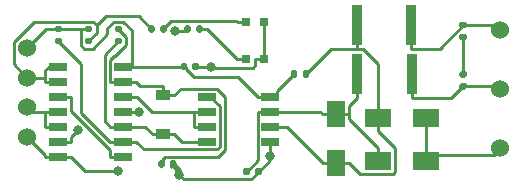
<source format=gbr>
%TF.GenerationSoftware,KiCad,Pcbnew,(5.1.10)-1*%
%TF.CreationDate,2021-09-08T08:36:34-07:00*%
%TF.ProjectId,Max 485 transmitter,4d617820-3438-4352-9074-72616e736d69,rev?*%
%TF.SameCoordinates,Original*%
%TF.FileFunction,Copper,L1,Top*%
%TF.FilePolarity,Positive*%
%FSLAX46Y46*%
G04 Gerber Fmt 4.6, Leading zero omitted, Abs format (unit mm)*
G04 Created by KiCad (PCBNEW (5.1.10)-1) date 2021-09-08 08:36:34*
%MOMM*%
%LPD*%
G01*
G04 APERTURE LIST*
%TA.AperFunction,ComponentPad*%
%ADD10C,1.524000*%
%TD*%
%TA.AperFunction,SMDPad,CuDef*%
%ADD11R,0.850000X3.430000*%
%TD*%
%TA.AperFunction,SMDPad,CuDef*%
%ADD12R,0.850000X3.430001*%
%TD*%
%TA.AperFunction,SMDPad,CuDef*%
%ADD13R,1.550000X2.200000*%
%TD*%
%TA.AperFunction,SMDPad,CuDef*%
%ADD14R,2.200000X1.550000*%
%TD*%
%TA.AperFunction,SMDPad,CuDef*%
%ADD15R,1.500000X0.650000*%
%TD*%
%TA.AperFunction,SMDPad,CuDef*%
%ADD16R,1.550000X0.700000*%
%TD*%
%TA.AperFunction,SMDPad,CuDef*%
%ADD17R,0.800000X0.800000*%
%TD*%
%TA.AperFunction,SMDPad,CuDef*%
%ADD18R,1.200000X0.900000*%
%TD*%
%TA.AperFunction,ViaPad*%
%ADD19C,0.800000*%
%TD*%
%TA.AperFunction,Conductor*%
%ADD20C,0.250000*%
%TD*%
%TA.AperFunction,Conductor*%
%ADD21C,0.508000*%
%TD*%
%TA.AperFunction,Conductor*%
%ADD22C,0.254000*%
%TD*%
G04 APERTURE END LIST*
%TO.P,C2,2*%
%TO.N,GND*%
%TA.AperFunction,SMDPad,CuDef*%
G36*
G01*
X116720000Y-61765000D02*
X116720000Y-61425000D01*
G75*
G02*
X116860000Y-61285000I140000J0D01*
G01*
X117140000Y-61285000D01*
G75*
G02*
X117280000Y-61425000I0J-140000D01*
G01*
X117280000Y-61765000D01*
G75*
G02*
X117140000Y-61905000I-140000J0D01*
G01*
X116860000Y-61905000D01*
G75*
G02*
X116720000Y-61765000I0J140000D01*
G01*
G37*
%TD.AperFunction*%
%TO.P,C2,1*%
%TO.N,Net-(C2-Pad1)*%
%TA.AperFunction,SMDPad,CuDef*%
G36*
G01*
X115760000Y-61765000D02*
X115760000Y-61425000D01*
G75*
G02*
X115900000Y-61285000I140000J0D01*
G01*
X116180000Y-61285000D01*
G75*
G02*
X116320000Y-61425000I0J-140000D01*
G01*
X116320000Y-61765000D01*
G75*
G02*
X116180000Y-61905000I-140000J0D01*
G01*
X115900000Y-61905000D01*
G75*
G02*
X115760000Y-61765000I0J140000D01*
G01*
G37*
%TD.AperFunction*%
%TD*%
%TO.P,C1,2*%
%TO.N,GND*%
%TA.AperFunction,SMDPad,CuDef*%
G36*
G01*
X118630000Y-53510000D02*
X118630000Y-53170000D01*
G75*
G02*
X118770000Y-53030000I140000J0D01*
G01*
X119050000Y-53030000D01*
G75*
G02*
X119190000Y-53170000I0J-140000D01*
G01*
X119190000Y-53510000D01*
G75*
G02*
X119050000Y-53650000I-140000J0D01*
G01*
X118770000Y-53650000D01*
G75*
G02*
X118630000Y-53510000I0J140000D01*
G01*
G37*
%TD.AperFunction*%
%TO.P,C1,1*%
%TO.N,3v3*%
%TA.AperFunction,SMDPad,CuDef*%
G36*
G01*
X117670000Y-53510000D02*
X117670000Y-53170000D01*
G75*
G02*
X117810000Y-53030000I140000J0D01*
G01*
X118090000Y-53030000D01*
G75*
G02*
X118230000Y-53170000I0J-140000D01*
G01*
X118230000Y-53510000D01*
G75*
G02*
X118090000Y-53650000I-140000J0D01*
G01*
X117810000Y-53650000D01*
G75*
G02*
X117670000Y-53510000I0J140000D01*
G01*
G37*
%TD.AperFunction*%
%TD*%
D10*
%TO.P,Converter101,4*%
%TO.N,3v3*%
X104673000Y-51769000D03*
%TO.P,Converter101,3*%
%TO.N,TX*%
X104673000Y-54269000D03*
%TO.P,Converter101,2*%
%TO.N,RX*%
X104673000Y-56769000D03*
%TO.P,Converter101,1*%
%TO.N,GND*%
X104673000Y-59269000D03*
%TO.P,Converter101,7*%
%TO.N,A*%
X144673000Y-50269000D03*
%TO.P,Converter101,6*%
%TO.N,B*%
X144673000Y-55269000D03*
%TO.P,Converter101,5*%
%TO.N,Comm*%
X144673000Y-60269000D03*
%TD*%
D11*
%TO.P,F101,2*%
%TO.N,A*%
X137193000Y-49781500D03*
D12*
%TO.P,F101,1*%
%TO.N,Net-(D103-Pad1)*%
X132593000Y-49781500D03*
%TD*%
D13*
%TO.P,D103,2*%
%TO.N,Net-(D103-Pad2)*%
X130810000Y-57393400D03*
%TO.P,D103,1*%
%TO.N,Net-(D103-Pad1)*%
X130810000Y-61493400D03*
%TD*%
D14*
%TO.P,D104,2*%
%TO.N,Comm*%
X138441000Y-57708800D03*
%TO.P,D104,1*%
%TO.N,Net-(D103-Pad1)*%
X134341000Y-57708800D03*
%TD*%
%TO.P,D105,2*%
%TO.N,Net-(D103-Pad2)*%
X134366000Y-61341000D03*
%TO.P,D105,1*%
%TO.N,Comm*%
X138466000Y-61341000D03*
%TD*%
%TO.P,R9,2*%
%TO.N,A*%
%TA.AperFunction,SMDPad,CuDef*%
G36*
G01*
X141765000Y-50100900D02*
X141395000Y-50100900D01*
G75*
G02*
X141260000Y-49965900I0J135000D01*
G01*
X141260000Y-49695900D01*
G75*
G02*
X141395000Y-49560900I135000J0D01*
G01*
X141765000Y-49560900D01*
G75*
G02*
X141900000Y-49695900I0J-135000D01*
G01*
X141900000Y-49965900D01*
G75*
G02*
X141765000Y-50100900I-135000J0D01*
G01*
G37*
%TD.AperFunction*%
%TO.P,R9,1*%
%TO.N,Net-(R0-Pad2)*%
%TA.AperFunction,SMDPad,CuDef*%
G36*
G01*
X141765000Y-51120900D02*
X141395000Y-51120900D01*
G75*
G02*
X141260000Y-50985900I0J135000D01*
G01*
X141260000Y-50715900D01*
G75*
G02*
X141395000Y-50580900I135000J0D01*
G01*
X141765000Y-50580900D01*
G75*
G02*
X141900000Y-50715900I0J-135000D01*
G01*
X141900000Y-50985900D01*
G75*
G02*
X141765000Y-51120900I-135000J0D01*
G01*
G37*
%TD.AperFunction*%
%TD*%
%TO.P,R8,2*%
%TO.N,Net-(D101-Pad2)*%
%TA.AperFunction,SMDPad,CuDef*%
G36*
G01*
X118985000Y-50350000D02*
X118985000Y-49980000D01*
G75*
G02*
X119120000Y-49845000I135000J0D01*
G01*
X119390000Y-49845000D01*
G75*
G02*
X119525000Y-49980000I0J-135000D01*
G01*
X119525000Y-50350000D01*
G75*
G02*
X119390000Y-50485000I-135000J0D01*
G01*
X119120000Y-50485000D01*
G75*
G02*
X118985000Y-50350000I0J135000D01*
G01*
G37*
%TD.AperFunction*%
%TO.P,R8,1*%
%TO.N,Net-(IC101-Pad6)*%
%TA.AperFunction,SMDPad,CuDef*%
G36*
G01*
X117965000Y-50350000D02*
X117965000Y-49980000D01*
G75*
G02*
X118100000Y-49845000I135000J0D01*
G01*
X118370000Y-49845000D01*
G75*
G02*
X118505000Y-49980000I0J-135000D01*
G01*
X118505000Y-50350000D01*
G75*
G02*
X118370000Y-50485000I-135000J0D01*
G01*
X118100000Y-50485000D01*
G75*
G02*
X117965000Y-50350000I0J135000D01*
G01*
G37*
%TD.AperFunction*%
%TD*%
%TO.P,R7,2*%
%TO.N,Net-(D102-Pad2)*%
%TA.AperFunction,SMDPad,CuDef*%
G36*
G01*
X115935000Y-50350000D02*
X115935000Y-49980000D01*
G75*
G02*
X116070000Y-49845000I135000J0D01*
G01*
X116340000Y-49845000D01*
G75*
G02*
X116475000Y-49980000I0J-135000D01*
G01*
X116475000Y-50350000D01*
G75*
G02*
X116340000Y-50485000I-135000J0D01*
G01*
X116070000Y-50485000D01*
G75*
G02*
X115935000Y-50350000I0J135000D01*
G01*
G37*
%TD.AperFunction*%
%TO.P,R7,1*%
%TO.N,TX*%
%TA.AperFunction,SMDPad,CuDef*%
G36*
G01*
X114915000Y-50350000D02*
X114915000Y-49980000D01*
G75*
G02*
X115050000Y-49845000I135000J0D01*
G01*
X115320000Y-49845000D01*
G75*
G02*
X115455000Y-49980000I0J-135000D01*
G01*
X115455000Y-50350000D01*
G75*
G02*
X115320000Y-50485000I-135000J0D01*
G01*
X115050000Y-50485000D01*
G75*
G02*
X114915000Y-50350000I0J135000D01*
G01*
G37*
%TD.AperFunction*%
%TD*%
%TO.P,R5,2*%
%TO.N,Net-(C2-Pad1)*%
%TA.AperFunction,SMDPad,CuDef*%
G36*
G01*
X112580000Y-50435000D02*
X112210000Y-50435000D01*
G75*
G02*
X112075000Y-50300000I0J135000D01*
G01*
X112075000Y-50030000D01*
G75*
G02*
X112210000Y-49895000I135000J0D01*
G01*
X112580000Y-49895000D01*
G75*
G02*
X112715000Y-50030000I0J-135000D01*
G01*
X112715000Y-50300000D01*
G75*
G02*
X112580000Y-50435000I-135000J0D01*
G01*
G37*
%TD.AperFunction*%
%TO.P,R5,1*%
%TO.N,Net-(D1-Pad1)*%
%TA.AperFunction,SMDPad,CuDef*%
G36*
G01*
X112580000Y-51455000D02*
X112210000Y-51455000D01*
G75*
G02*
X112075000Y-51320000I0J135000D01*
G01*
X112075000Y-51050000D01*
G75*
G02*
X112210000Y-50915000I135000J0D01*
G01*
X112580000Y-50915000D01*
G75*
G02*
X112715000Y-51050000I0J-135000D01*
G01*
X112715000Y-51320000D01*
G75*
G02*
X112580000Y-51455000I-135000J0D01*
G01*
G37*
%TD.AperFunction*%
%TD*%
%TO.P,R4,2*%
%TO.N,TX*%
%TA.AperFunction,SMDPad,CuDef*%
G36*
G01*
X109670000Y-50915000D02*
X110040000Y-50915000D01*
G75*
G02*
X110175000Y-51050000I0J-135000D01*
G01*
X110175000Y-51320000D01*
G75*
G02*
X110040000Y-51455000I-135000J0D01*
G01*
X109670000Y-51455000D01*
G75*
G02*
X109535000Y-51320000I0J135000D01*
G01*
X109535000Y-51050000D01*
G75*
G02*
X109670000Y-50915000I135000J0D01*
G01*
G37*
%TD.AperFunction*%
%TO.P,R4,1*%
%TO.N,3v3*%
%TA.AperFunction,SMDPad,CuDef*%
G36*
G01*
X109670000Y-49895000D02*
X110040000Y-49895000D01*
G75*
G02*
X110175000Y-50030000I0J-135000D01*
G01*
X110175000Y-50300000D01*
G75*
G02*
X110040000Y-50435000I-135000J0D01*
G01*
X109670000Y-50435000D01*
G75*
G02*
X109535000Y-50300000I0J135000D01*
G01*
X109535000Y-50030000D01*
G75*
G02*
X109670000Y-49895000I135000J0D01*
G01*
G37*
%TD.AperFunction*%
%TD*%
%TO.P,R3,2*%
%TO.N,Net-(IC101-Pad9)*%
%TA.AperFunction,SMDPad,CuDef*%
G36*
G01*
X107130000Y-50915000D02*
X107500000Y-50915000D01*
G75*
G02*
X107635000Y-51050000I0J-135000D01*
G01*
X107635000Y-51320000D01*
G75*
G02*
X107500000Y-51455000I-135000J0D01*
G01*
X107130000Y-51455000D01*
G75*
G02*
X106995000Y-51320000I0J135000D01*
G01*
X106995000Y-51050000D01*
G75*
G02*
X107130000Y-50915000I135000J0D01*
G01*
G37*
%TD.AperFunction*%
%TO.P,R3,1*%
%TO.N,3v3*%
%TA.AperFunction,SMDPad,CuDef*%
G36*
G01*
X107130000Y-49895000D02*
X107500000Y-49895000D01*
G75*
G02*
X107635000Y-50030000I0J-135000D01*
G01*
X107635000Y-50300000D01*
G75*
G02*
X107500000Y-50435000I-135000J0D01*
G01*
X107130000Y-50435000D01*
G75*
G02*
X106995000Y-50300000I0J135000D01*
G01*
X106995000Y-50030000D01*
G75*
G02*
X107130000Y-49895000I135000J0D01*
G01*
G37*
%TD.AperFunction*%
%TD*%
%TO.P,R2,2*%
%TO.N,Net-(D103-Pad2)*%
%TA.AperFunction,SMDPad,CuDef*%
G36*
G01*
X123505000Y-62045000D02*
X123505000Y-62415000D01*
G75*
G02*
X123370000Y-62550000I-135000J0D01*
G01*
X123100000Y-62550000D01*
G75*
G02*
X122965000Y-62415000I0J135000D01*
G01*
X122965000Y-62045000D01*
G75*
G02*
X123100000Y-61910000I135000J0D01*
G01*
X123370000Y-61910000D01*
G75*
G02*
X123505000Y-62045000I0J-135000D01*
G01*
G37*
%TD.AperFunction*%
%TO.P,R2,1*%
%TO.N,GND*%
%TA.AperFunction,SMDPad,CuDef*%
G36*
G01*
X124525000Y-62045000D02*
X124525000Y-62415000D01*
G75*
G02*
X124390000Y-62550000I-135000J0D01*
G01*
X124120000Y-62550000D01*
G75*
G02*
X123985000Y-62415000I0J135000D01*
G01*
X123985000Y-62045000D01*
G75*
G02*
X124120000Y-61910000I135000J0D01*
G01*
X124390000Y-61910000D01*
G75*
G02*
X124525000Y-62045000I0J-135000D01*
G01*
G37*
%TD.AperFunction*%
%TD*%
%TO.P,R1,2*%
%TO.N,Net-(D103-Pad1)*%
%TA.AperFunction,SMDPad,CuDef*%
G36*
G01*
X128000000Y-54160000D02*
X128000000Y-53790000D01*
G75*
G02*
X128135000Y-53655000I135000J0D01*
G01*
X128405000Y-53655000D01*
G75*
G02*
X128540000Y-53790000I0J-135000D01*
G01*
X128540000Y-54160000D01*
G75*
G02*
X128405000Y-54295000I-135000J0D01*
G01*
X128135000Y-54295000D01*
G75*
G02*
X128000000Y-54160000I0J135000D01*
G01*
G37*
%TD.AperFunction*%
%TO.P,R1,1*%
%TO.N,3v3*%
%TA.AperFunction,SMDPad,CuDef*%
G36*
G01*
X126980000Y-54160000D02*
X126980000Y-53790000D01*
G75*
G02*
X127115000Y-53655000I135000J0D01*
G01*
X127385000Y-53655000D01*
G75*
G02*
X127520000Y-53790000I0J-135000D01*
G01*
X127520000Y-54160000D01*
G75*
G02*
X127385000Y-54295000I-135000J0D01*
G01*
X127115000Y-54295000D01*
G75*
G02*
X126980000Y-54160000I0J135000D01*
G01*
G37*
%TD.AperFunction*%
%TD*%
%TO.P,R0,2*%
%TO.N,Net-(R0-Pad2)*%
%TA.AperFunction,SMDPad,CuDef*%
G36*
G01*
X141765000Y-54268400D02*
X141395000Y-54268400D01*
G75*
G02*
X141260000Y-54133400I0J135000D01*
G01*
X141260000Y-53863400D01*
G75*
G02*
X141395000Y-53728400I135000J0D01*
G01*
X141765000Y-53728400D01*
G75*
G02*
X141900000Y-53863400I0J-135000D01*
G01*
X141900000Y-54133400D01*
G75*
G02*
X141765000Y-54268400I-135000J0D01*
G01*
G37*
%TD.AperFunction*%
%TO.P,R0,1*%
%TO.N,B*%
%TA.AperFunction,SMDPad,CuDef*%
G36*
G01*
X141765000Y-55288400D02*
X141395000Y-55288400D01*
G75*
G02*
X141260000Y-55153400I0J135000D01*
G01*
X141260000Y-54883400D01*
G75*
G02*
X141395000Y-54748400I135000J0D01*
G01*
X141765000Y-54748400D01*
G75*
G02*
X141900000Y-54883400I0J-135000D01*
G01*
X141900000Y-55153400D01*
G75*
G02*
X141765000Y-55288400I-135000J0D01*
G01*
G37*
%TD.AperFunction*%
%TD*%
D15*
%TO.P,IC102,8*%
%TO.N,3v3*%
X125255000Y-55880000D03*
%TO.P,IC102,7*%
%TO.N,Net-(D103-Pad2)*%
X125255000Y-57150000D03*
%TO.P,IC102,6*%
%TO.N,Net-(D103-Pad1)*%
X125255000Y-58420000D03*
%TO.P,IC102,5*%
%TO.N,GND*%
X125255000Y-59690000D03*
%TO.P,IC102,4*%
%TO.N,Net-(D1-Pad1)*%
X119855000Y-59690000D03*
%TO.P,IC102,3*%
%TO.N,Net-(IC101-Pad12)*%
X119855000Y-58420000D03*
%TO.P,IC102,2*%
X119855000Y-57150000D03*
%TO.P,IC102,1*%
%TO.N,Net-(IC101-Pad9)*%
X119855000Y-55880000D03*
%TD*%
D16*
%TO.P,IC101,14*%
%TO.N,3v3*%
X112765000Y-53340000D03*
%TO.P,IC101,13*%
%TO.N,Net-(C2-Pad1)*%
X112765000Y-54610000D03*
%TO.P,IC101,12*%
%TO.N,Net-(IC101-Pad12)*%
X112765000Y-55880000D03*
%TO.P,IC101,11*%
%TO.N,TX*%
X112765000Y-57150000D03*
%TO.P,IC101,10*%
%TO.N,Net-(D1-Pad1)*%
X112765000Y-58420000D03*
%TO.P,IC101,9*%
%TO.N,Net-(IC101-Pad9)*%
X112765000Y-59690000D03*
%TO.P,IC101,8*%
%TO.N,Net-(IC101-Pad3)*%
X112765000Y-60960000D03*
%TO.P,IC101,7*%
%TO.N,GND*%
X107315000Y-60960000D03*
%TO.P,IC101,6*%
%TO.N,Net-(IC101-Pad6)*%
X107315000Y-59690000D03*
%TO.P,IC101,5*%
%TO.N,RX*%
X107315000Y-58420000D03*
%TO.P,IC101,4*%
X107315000Y-57150000D03*
%TO.P,IC101,3*%
%TO.N,Net-(IC101-Pad3)*%
X107315000Y-55880000D03*
%TO.P,IC101,2*%
%TO.N,TX*%
X107315000Y-54610000D03*
%TO.P,IC101,1*%
X107315000Y-53340000D03*
%TD*%
D11*
%TO.P,F102,2*%
%TO.N,B*%
X137215000Y-53975000D03*
%TO.P,F102,1*%
%TO.N,Net-(D103-Pad2)*%
X132615000Y-53975000D03*
%TD*%
D17*
%TO.P,D102,2*%
%TO.N,Net-(D102-Pad2)*%
X123190000Y-49530000D03*
%TO.P,D102,1*%
%TO.N,GND*%
X124690000Y-49530000D03*
%TD*%
%TO.P,D101,2*%
%TO.N,Net-(D101-Pad2)*%
X123190000Y-52705000D03*
%TO.P,D101,1*%
%TO.N,GND*%
X124690000Y-52705000D03*
%TD*%
D18*
%TO.P,D1,2*%
%TO.N,Net-(C2-Pad1)*%
X116205000Y-55755000D03*
%TO.P,D1,1*%
%TO.N,Net-(D1-Pad1)*%
X116205000Y-59055000D03*
%TD*%
D19*
%TO.N,GND*%
X120261000Y-53340000D03*
X117559050Y-62526950D03*
X112354800Y-62143200D03*
X125255000Y-60927000D03*
%TO.N,TX*%
X114161600Y-57150000D03*
%TO.N,Net-(IC101-Pad6)*%
X117220000Y-50347700D03*
X108983000Y-58734000D03*
%TD*%
D20*
%TO.N,GND*%
X124255000Y-62230000D02*
X125255000Y-61230000D01*
X125255000Y-61230000D02*
X125255000Y-60927000D01*
X117931600Y-62899500D02*
X123585500Y-62899500D01*
X123585500Y-62899500D02*
X124255000Y-62230000D01*
X109598500Y-62143200D02*
X108415300Y-60960000D01*
X116840000Y-61595000D02*
X116840000Y-61807900D01*
X120261000Y-53340000D02*
X120351300Y-53430300D01*
X120351300Y-53430300D02*
X123783400Y-53430300D01*
X123783400Y-53430300D02*
X123964700Y-53249000D01*
X123964700Y-53249000D02*
X123964700Y-52705000D01*
X118750000Y-53340000D02*
X120261000Y-53340000D01*
X124690000Y-52705000D02*
X123964700Y-52705000D01*
X107315000Y-60960000D02*
X108415300Y-60960000D01*
X124690000Y-52705000D02*
X124690000Y-49530000D01*
X107315000Y-60960000D02*
X106214700Y-60960000D01*
X106214700Y-60960000D02*
X106214700Y-60810700D01*
X106214700Y-60810700D02*
X104673000Y-59269000D01*
X117559050Y-62526950D02*
X117931600Y-62899500D01*
X112354800Y-62143200D02*
X109598500Y-62143200D01*
X125255000Y-60927000D02*
X125255000Y-59690000D01*
D21*
X117559050Y-62154050D02*
X117000000Y-61595000D01*
X117559050Y-62526950D02*
X117559050Y-62154050D01*
D20*
%TO.N,3v3*%
X118110000Y-53340000D02*
X118110000Y-53552300D01*
X118110000Y-53552300D02*
X118746600Y-54188900D01*
X118746600Y-54188900D02*
X122488600Y-54188900D01*
X122488600Y-54188900D02*
X124179700Y-55880000D01*
X118110000Y-53340000D02*
X113865300Y-53340000D01*
X125255000Y-55880000D02*
X124179700Y-55880000D01*
X109181400Y-50165000D02*
X109855000Y-50165000D01*
X107315000Y-50165000D02*
X109181400Y-50165000D01*
X109181400Y-50165000D02*
X109181400Y-51534100D01*
X109181400Y-51534100D02*
X109470400Y-51823100D01*
X109470400Y-51823100D02*
X110214000Y-51823100D01*
X110214000Y-51823100D02*
X111461000Y-50576100D01*
X111461000Y-50576100D02*
X111461000Y-50114800D01*
X111461000Y-50114800D02*
X112012300Y-49563500D01*
X112012300Y-49563500D02*
X112793800Y-49563500D01*
X112793800Y-49563500D02*
X113496900Y-50266600D01*
X113496900Y-50266600D02*
X113496900Y-53340000D01*
X113496900Y-53340000D02*
X113865300Y-53340000D01*
X113420100Y-53340000D02*
X113496900Y-53340000D01*
X112765000Y-53340000D02*
X113420100Y-53340000D01*
X104673000Y-51769000D02*
X106277000Y-50165000D01*
X106277000Y-50165000D02*
X107315000Y-50165000D01*
X125792700Y-55880000D02*
X125792700Y-55432300D01*
X125792700Y-55432300D02*
X127250000Y-53975000D01*
X125255000Y-55880000D02*
X125792700Y-55880000D01*
%TO.N,Net-(C2-Pad1)*%
X116200000Y-61595000D02*
X116200000Y-61362100D01*
X120812800Y-60978500D02*
X121416900Y-60374400D01*
X121416900Y-60374400D02*
X121416900Y-55884900D01*
X121416900Y-55884900D02*
X120736600Y-55204600D01*
X120736600Y-55204600D02*
X117680700Y-55204600D01*
X117680700Y-55204600D02*
X117130300Y-55755000D01*
X112765000Y-54610000D02*
X113865300Y-54610000D01*
X116205000Y-55755000D02*
X116205000Y-54979700D01*
X116205000Y-54979700D02*
X114235000Y-54979700D01*
X114235000Y-54979700D02*
X113865300Y-54610000D01*
X116667700Y-55755000D02*
X116205000Y-55755000D01*
X116667700Y-55755000D02*
X117130300Y-55755000D01*
X112765000Y-54610000D02*
X111664700Y-54610000D01*
X112395000Y-50165000D02*
X113046500Y-50816500D01*
X113046500Y-50816500D02*
X113046500Y-51555700D01*
X113046500Y-51555700D02*
X112138300Y-52463900D01*
X112138300Y-52463900D02*
X112019800Y-52463900D01*
X112019800Y-52463900D02*
X111664700Y-52819000D01*
X111664700Y-52819000D02*
X111664700Y-54610000D01*
D22*
X120792290Y-60957990D02*
X120812800Y-60978500D01*
X116334010Y-60957990D02*
X120792290Y-60957990D01*
X116040000Y-61252000D02*
X116334010Y-60957990D01*
X116040000Y-61595000D02*
X116040000Y-61252000D01*
D20*
%TO.N,Net-(D1-Pad1)*%
X111664700Y-58420000D02*
X111214400Y-57969700D01*
X111214400Y-57969700D02*
X111214400Y-52365600D01*
X111214400Y-52365600D02*
X112395000Y-51185000D01*
X112765000Y-58420000D02*
X111664700Y-58420000D01*
X115279700Y-59055000D02*
X114644700Y-58420000D01*
X114644700Y-58420000D02*
X112765000Y-58420000D01*
X116205000Y-59055000D02*
X115279700Y-59055000D01*
X116205000Y-59055000D02*
X117130300Y-59055000D01*
X117130300Y-59055000D02*
X117765300Y-59690000D01*
X117765300Y-59690000D02*
X119855000Y-59690000D01*
%TO.N,Net-(D101-Pad2)*%
X123190000Y-52705000D02*
X122464700Y-52705000D01*
X122464700Y-52705000D02*
X119924700Y-50165000D01*
X119924700Y-50165000D02*
X119255000Y-50165000D01*
%TO.N,Net-(D102-Pad2)*%
X123190000Y-49530000D02*
X122464700Y-49530000D01*
X122464700Y-49530000D02*
X122445700Y-49511000D01*
X122445700Y-49511000D02*
X116859000Y-49511000D01*
X116859000Y-49511000D02*
X116205000Y-50165000D01*
%TO.N,Net-(D103-Pad2)*%
X124179700Y-57150000D02*
X124179700Y-61285300D01*
X124179700Y-61285300D02*
X123235000Y-62230000D01*
X125255000Y-57150000D02*
X124179700Y-57150000D01*
X129709700Y-57393400D02*
X129466300Y-57150000D01*
X129466300Y-57150000D02*
X125255000Y-57150000D01*
X132615000Y-53975000D02*
X132615000Y-56015300D01*
X131910300Y-57393400D02*
X131910300Y-56720000D01*
X131910300Y-56720000D02*
X132615000Y-56015300D01*
X131360200Y-57393400D02*
X131910300Y-57393400D01*
X130810000Y-57393400D02*
X131360200Y-57393400D01*
X134366000Y-61341000D02*
X134366000Y-60240700D01*
X134366000Y-60240700D02*
X131910300Y-57785000D01*
X131910300Y-57785000D02*
X131910300Y-57393400D01*
X130810000Y-57393400D02*
X129709700Y-57393400D01*
%TO.N,Net-(D103-Pad1)*%
X130810000Y-61493400D02*
X129709700Y-61493400D01*
X125255000Y-58420000D02*
X126636300Y-58420000D01*
X126636300Y-58420000D02*
X129709700Y-61493400D01*
X134341000Y-57708800D02*
X134341000Y-58809100D01*
X130810000Y-61493400D02*
X131910300Y-61493400D01*
X131910300Y-61493400D02*
X132858300Y-62441400D01*
X132858300Y-62441400D02*
X135653900Y-62441400D01*
X135653900Y-62441400D02*
X135791400Y-62303900D01*
X135791400Y-62303900D02*
X135791400Y-60259500D01*
X135791400Y-60259500D02*
X134341000Y-58809100D01*
X128270000Y-53975000D02*
X130423200Y-51821800D01*
X130423200Y-51821800D02*
X132593000Y-51821800D01*
X132593000Y-49781500D02*
X132593000Y-51821800D01*
X134341000Y-57708800D02*
X134341000Y-53100900D01*
X134341000Y-53100900D02*
X133061900Y-51821800D01*
X133061900Y-51821800D02*
X132593000Y-51821800D01*
%TO.N,Comm*%
X138466000Y-60790800D02*
X144151200Y-60790800D01*
X144151200Y-60790800D02*
X144673000Y-60269000D01*
X138466000Y-60790800D02*
X138466000Y-60240700D01*
X138466000Y-61341000D02*
X138466000Y-60790800D01*
X138466000Y-60240700D02*
X138441000Y-60215700D01*
X138441000Y-60215700D02*
X138441000Y-57708800D01*
%TO.N,A*%
X141580000Y-49830900D02*
X139589100Y-51821800D01*
X139589100Y-51821800D02*
X137193000Y-51821800D01*
X144673000Y-50269000D02*
X144234900Y-49830900D01*
X144234900Y-49830900D02*
X141580000Y-49830900D01*
X137193000Y-49781500D02*
X137193000Y-51821800D01*
%TO.N,B*%
X137215000Y-53975000D02*
X137215000Y-56015300D01*
X141580000Y-55018400D02*
X140583100Y-56015300D01*
X140583100Y-56015300D02*
X137215000Y-56015300D01*
X144673000Y-55269000D02*
X144422400Y-55018400D01*
X144422400Y-55018400D02*
X141580000Y-55018400D01*
%TO.N,Net-(IC101-Pad12)*%
X118779700Y-57150000D02*
X115234300Y-57150000D01*
X115234300Y-57150000D02*
X113964300Y-55880000D01*
X113964300Y-55880000D02*
X112765000Y-55880000D01*
X118779700Y-57150000D02*
X119855000Y-57150000D01*
X118779700Y-57150000D02*
X118779700Y-58420000D01*
X119855000Y-58420000D02*
X118779700Y-58420000D01*
%TO.N,TX*%
X110549300Y-49837700D02*
X110549300Y-50490700D01*
X110549300Y-50490700D02*
X109855000Y-51185000D01*
X104673000Y-54269000D02*
X103539000Y-53135000D01*
X103539000Y-53135000D02*
X103539000Y-51300300D01*
X103539000Y-51300300D02*
X105273500Y-49565800D01*
X105273500Y-49565800D02*
X110277400Y-49565800D01*
X110277400Y-49565800D02*
X110549300Y-49837700D01*
X115185000Y-50165000D02*
X114103300Y-49083300D01*
X114103300Y-49083300D02*
X111303700Y-49083300D01*
X111303700Y-49083300D02*
X110549300Y-49837700D01*
X106214700Y-54269000D02*
X104673000Y-54269000D01*
X106489800Y-53340000D02*
X106214700Y-53615100D01*
X106214700Y-53615100D02*
X106214700Y-54269000D01*
X107315000Y-53340000D02*
X106489800Y-53340000D01*
X113865300Y-57150000D02*
X114161600Y-57150000D01*
X112765000Y-57150000D02*
X113865300Y-57150000D01*
X106214700Y-54269000D02*
X106214700Y-54610000D01*
X107315000Y-54610000D02*
X106214700Y-54610000D01*
%TO.N,Net-(IC101-Pad9)*%
X112765000Y-59690000D02*
X111664700Y-59690000D01*
X111664700Y-59690000D02*
X109223800Y-57249100D01*
X109223800Y-57249100D02*
X109223800Y-53093800D01*
X109223800Y-53093800D02*
X107315000Y-51185000D01*
X113315200Y-59690000D02*
X112765000Y-59690000D01*
X113315200Y-59690000D02*
X113865300Y-59690000D01*
X113865300Y-59690000D02*
X114516900Y-60341600D01*
X114516900Y-60341600D02*
X120760700Y-60341600D01*
X120760700Y-60341600D02*
X120966400Y-60135900D01*
X120966400Y-60135900D02*
X120966400Y-56714700D01*
X120966400Y-56714700D02*
X120131700Y-55880000D01*
X120131700Y-55880000D02*
X119855000Y-55880000D01*
%TO.N,Net-(IC101-Pad3)*%
X111664700Y-60960000D02*
X111664700Y-60389900D01*
X111664700Y-60389900D02*
X108415300Y-57140500D01*
X108415300Y-57140500D02*
X108415300Y-55880000D01*
X112765000Y-60960000D02*
X111664700Y-60960000D01*
X107315000Y-55880000D02*
X108415300Y-55880000D01*
%TO.N,Net-(IC101-Pad6)*%
X107315000Y-59690000D02*
X108415300Y-59690000D01*
X117220000Y-50347700D02*
X118052300Y-50347700D01*
X118052300Y-50347700D02*
X118235000Y-50165000D01*
X108415300Y-59690000D02*
X108415300Y-59301700D01*
X108415300Y-59301700D02*
X108983000Y-58734000D01*
%TO.N,RX*%
X106214700Y-57150000D02*
X105054000Y-57150000D01*
X105054000Y-57150000D02*
X104673000Y-56769000D01*
X106327300Y-57150000D02*
X106214700Y-57150000D01*
X107315000Y-57150000D02*
X106327300Y-57150000D01*
X107315000Y-58420000D02*
X106214700Y-58420000D01*
X106214700Y-57150000D02*
X106214700Y-58420000D01*
%TO.N,Net-(R0-Pad2)*%
X141580000Y-53998400D02*
X141580000Y-50850900D01*
%TD*%
M02*

</source>
